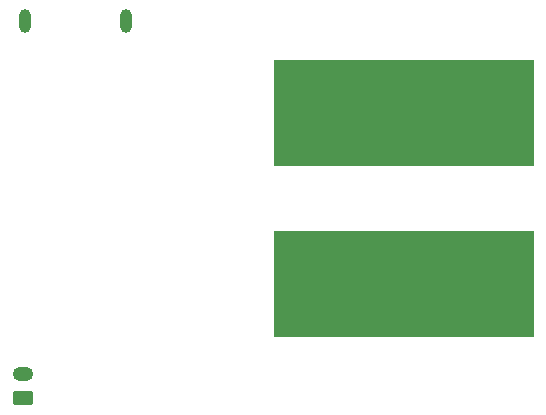
<source format=gbr>
%TF.GenerationSoftware,KiCad,Pcbnew,6.0.10-86aedd382b~118~ubuntu22.04.1*%
%TF.CreationDate,2023-02-04T11:12:36-05:00*%
%TF.ProjectId,HP Classic V3,48502043-6c61-4737-9369-632056332e6b,V3.1*%
%TF.SameCoordinates,Original*%
%TF.FileFunction,Soldermask,Bot*%
%TF.FilePolarity,Negative*%
%FSLAX46Y46*%
G04 Gerber Fmt 4.6, Leading zero omitted, Abs format (unit mm)*
G04 Created by KiCad (PCBNEW 6.0.10-86aedd382b~118~ubuntu22.04.1) date 2023-02-04 11:12:36*
%MOMM*%
%LPD*%
G01*
G04 APERTURE LIST*
G04 Aperture macros list*
%AMRoundRect*
0 Rectangle with rounded corners*
0 $1 Rounding radius*
0 $2 $3 $4 $5 $6 $7 $8 $9 X,Y pos of 4 corners*
0 Add a 4 corners polygon primitive as box body*
4,1,4,$2,$3,$4,$5,$6,$7,$8,$9,$2,$3,0*
0 Add four circle primitives for the rounded corners*
1,1,$1+$1,$2,$3*
1,1,$1+$1,$4,$5*
1,1,$1+$1,$6,$7*
1,1,$1+$1,$8,$9*
0 Add four rect primitives between the rounded corners*
20,1,$1+$1,$2,$3,$4,$5,0*
20,1,$1+$1,$4,$5,$6,$7,0*
20,1,$1+$1,$6,$7,$8,$9,0*
20,1,$1+$1,$8,$9,$2,$3,0*%
G04 Aperture macros list end*
%ADD10O,1.000000X2.000000*%
%ADD11O,1.750000X1.200000*%
%ADD12RoundRect,0.250000X0.625000X-0.350000X0.625000X0.350000X-0.625000X0.350000X-0.625000X-0.350000X0*%
%ADD13O,20.500000X2.000000*%
G04 APERTURE END LIST*
%TO.C,NEG1*%
G36*
X47500000Y35250000D02*
G01*
X25500000Y35250000D01*
X25500000Y26250000D01*
X47500000Y26250000D01*
X47500000Y35250000D01*
G37*
%TO.C,POS1*%
G36*
X47500000Y20750000D02*
G01*
X25500000Y20750000D01*
X25500000Y11750000D01*
X47500000Y11750000D01*
X47500000Y20750000D01*
G37*
%TD*%
D10*
%TO.C,J1*%
X4480000Y38500000D03*
X13020000Y38500000D03*
%TD*%
D11*
%TO.C,J2*%
X4300000Y8620000D03*
D12*
X4300000Y6620000D03*
%TD*%
D13*
%TO.C,NEG1*%
X36250000Y30750000D03*
%TD*%
%TO.C,POS1*%
X36250000Y16250000D03*
%TD*%
M02*

</source>
